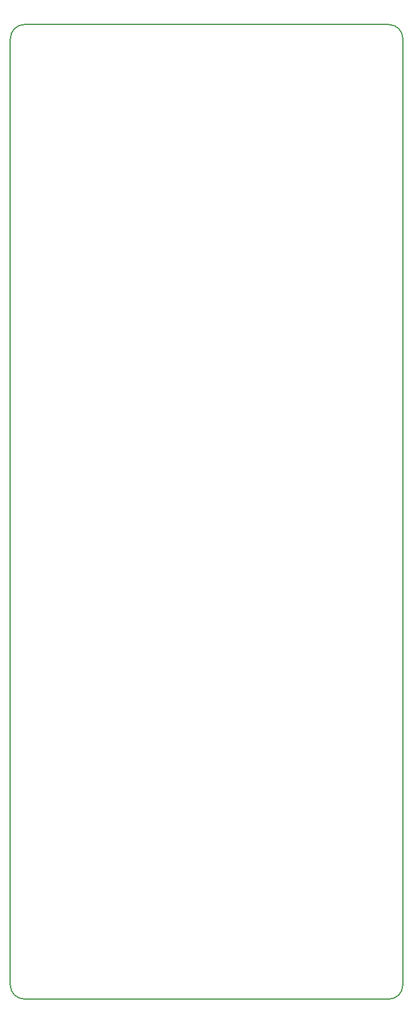
<source format=gbr>
%TF.GenerationSoftware,KiCad,Pcbnew,8.0.6*%
%TF.CreationDate,2024-12-05T11:31:46+01:00*%
%TF.ProjectId,BANBEL,42414e42-454c-42e6-9b69-6361645f7063,1.01*%
%TF.SameCoordinates,Original*%
%TF.FileFunction,Profile,NP*%
%FSLAX46Y46*%
G04 Gerber Fmt 4.6, Leading zero omitted, Abs format (unit mm)*
G04 Created by KiCad (PCBNEW 8.0.6) date 2024-12-05 11:31:46*
%MOMM*%
%LPD*%
G01*
G04 APERTURE LIST*
%TA.AperFunction,Profile*%
%ADD10C,0.150000*%
%TD*%
G04 APERTURE END LIST*
D10*
X117268000Y-157904200D02*
X65268000Y-157904200D01*
X65268000Y-18904200D02*
X117268000Y-18904200D01*
X63268000Y-155904200D02*
X63268000Y-20904200D01*
X119268000Y-20904200D02*
X119268000Y-155904200D01*
X117268000Y-18904200D02*
G75*
G02*
X119268000Y-20904200I0J-2000000D01*
G01*
X63268000Y-20904200D02*
G75*
G02*
X65268000Y-18904200I2000000J0D01*
G01*
X119268000Y-155904200D02*
G75*
G02*
X117268000Y-157904200I-2000000J0D01*
G01*
X65268000Y-157904200D02*
G75*
G02*
X63268000Y-155904200I0J2000000D01*
G01*
M02*

</source>
